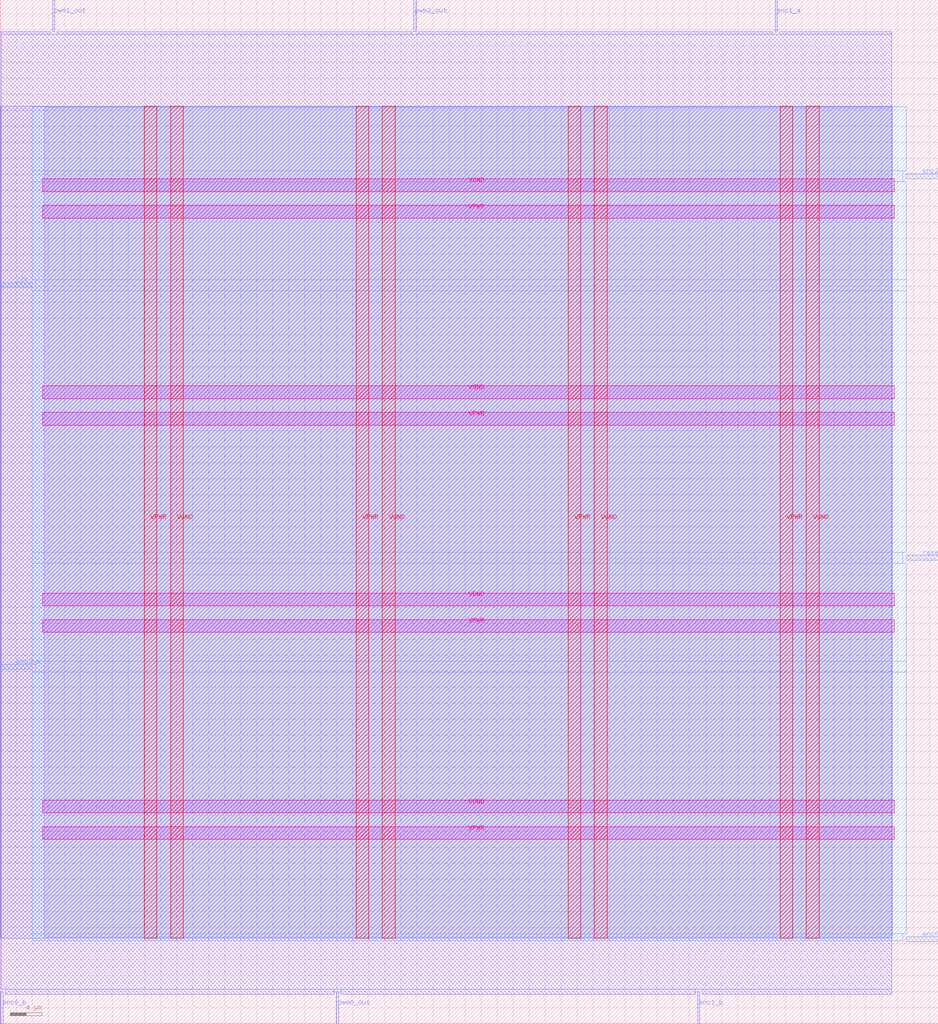
<source format=lef>
VERSION 5.7 ;
  NOWIREEXTENSIONATPIN ON ;
  DIVIDERCHAR "/" ;
  BUSBITCHARS "[]" ;
MACRO rgb_mixer
  CLASS BLOCK ;
  FOREIGN rgb_mixer ;
  ORIGIN 0.000 0.000 ;
  SIZE 117.040 BY 127.760 ;
  PIN VGND
    DIRECTION INOUT ;
    USE GROUND ;
    PORT
      LAYER met4 ;
        RECT 21.245 10.640 22.845 114.480 ;
    END
    PORT
      LAYER met4 ;
        RECT 47.695 10.640 49.295 114.480 ;
    END
    PORT
      LAYER met4 ;
        RECT 74.145 10.640 75.745 114.480 ;
    END
    PORT
      LAYER met4 ;
        RECT 100.595 10.640 102.195 114.480 ;
    END
    PORT
      LAYER met5 ;
        RECT 5.280 26.300 111.560 27.900 ;
    END
    PORT
      LAYER met5 ;
        RECT 5.280 52.140 111.560 53.740 ;
    END
    PORT
      LAYER met5 ;
        RECT 5.280 77.980 111.560 79.580 ;
    END
    PORT
      LAYER met5 ;
        RECT 5.280 103.820 111.560 105.420 ;
    END
  END VGND
  PIN VPWR
    DIRECTION INOUT ;
    USE POWER ;
    PORT
      LAYER met4 ;
        RECT 17.945 10.640 19.545 114.480 ;
    END
    PORT
      LAYER met4 ;
        RECT 44.395 10.640 45.995 114.480 ;
    END
    PORT
      LAYER met4 ;
        RECT 70.845 10.640 72.445 114.480 ;
    END
    PORT
      LAYER met4 ;
        RECT 97.295 10.640 98.895 114.480 ;
    END
    PORT
      LAYER met5 ;
        RECT 5.280 23.000 111.560 24.600 ;
    END
    PORT
      LAYER met5 ;
        RECT 5.280 48.840 111.560 50.440 ;
    END
    PORT
      LAYER met5 ;
        RECT 5.280 74.680 111.560 76.280 ;
    END
    PORT
      LAYER met5 ;
        RECT 5.280 100.520 111.560 102.120 ;
    END
  END VPWR
  PIN clk
    DIRECTION INPUT ;
    USE SIGNAL ;
    ANTENNAGATEAREA 0.852000 ;
    PORT
      LAYER met3 ;
        RECT 0.000 91.840 4.000 92.440 ;
    END
  END clk
  PIN enc0_a
    DIRECTION INPUT ;
    USE SIGNAL ;
    ANTENNAGATEAREA 0.196500 ;
    PORT
      LAYER met3 ;
        RECT 113.040 10.240 117.040 10.840 ;
    END
  END enc0_a
  PIN enc0_b
    DIRECTION INPUT ;
    USE SIGNAL ;
    ANTENNAGATEAREA 0.196500 ;
    PORT
      LAYER met2 ;
        RECT 0.090 0.000 0.370 4.000 ;
    END
  END enc0_b
  PIN enc1_a
    DIRECTION INPUT ;
    USE SIGNAL ;
    ANTENNAGATEAREA 0.196500 ;
    PORT
      LAYER met2 ;
        RECT 96.690 123.760 96.970 127.760 ;
    END
  END enc1_a
  PIN enc1_b
    DIRECTION INPUT ;
    USE SIGNAL ;
    ANTENNAGATEAREA 0.196500 ;
    PORT
      LAYER met2 ;
        RECT 87.030 0.000 87.310 4.000 ;
    END
  END enc1_b
  PIN enc2_a
    DIRECTION INPUT ;
    USE SIGNAL ;
    ANTENNAGATEAREA 0.196500 ;
    PORT
      LAYER met3 ;
        RECT 0.000 44.240 4.000 44.840 ;
    END
  END enc2_a
  PIN enc2_b
    DIRECTION INPUT ;
    USE SIGNAL ;
    ANTENNAGATEAREA 0.196500 ;
    PORT
      LAYER met3 ;
        RECT 113.040 105.440 117.040 106.040 ;
    END
  END enc2_b
  PIN pwm0_out
    DIRECTION OUTPUT TRISTATE ;
    USE SIGNAL ;
    ANTENNADIFFAREA 0.795200 ;
    PORT
      LAYER met2 ;
        RECT 41.950 0.000 42.230 4.000 ;
    END
  END pwm0_out
  PIN pwm1_out
    DIRECTION OUTPUT TRISTATE ;
    USE SIGNAL ;
    ANTENNADIFFAREA 0.795200 ;
    PORT
      LAYER met2 ;
        RECT 6.530 123.760 6.810 127.760 ;
    END
  END pwm1_out
  PIN pwm2_out
    DIRECTION OUTPUT TRISTATE ;
    USE SIGNAL ;
    ANTENNADIFFAREA 0.445500 ;
    PORT
      LAYER met2 ;
        RECT 51.610 123.760 51.890 127.760 ;
    END
  END pwm2_out
  PIN reset
    DIRECTION INPUT ;
    USE SIGNAL ;
    ANTENNAGATEAREA 0.196500 ;
    PORT
      LAYER met3 ;
        RECT 113.040 57.840 117.040 58.440 ;
    END
  END reset
  OBS
      LAYER li1 ;
        RECT 5.520 10.795 111.320 114.325 ;
      LAYER met1 ;
        RECT 0.070 10.640 111.320 114.480 ;
      LAYER met2 ;
        RECT 0.100 123.480 6.250 123.760 ;
        RECT 7.090 123.480 51.330 123.760 ;
        RECT 52.170 123.480 96.410 123.760 ;
        RECT 97.250 123.480 111.230 123.760 ;
        RECT 0.100 4.280 111.230 123.480 ;
        RECT 0.650 3.670 41.670 4.280 ;
        RECT 42.510 3.670 86.750 4.280 ;
        RECT 87.590 3.670 111.230 4.280 ;
      LAYER met3 ;
        RECT 4.000 106.440 113.040 114.405 ;
        RECT 4.000 105.040 112.640 106.440 ;
        RECT 4.000 92.840 113.040 105.040 ;
        RECT 4.400 91.440 113.040 92.840 ;
        RECT 4.000 58.840 113.040 91.440 ;
        RECT 4.000 57.440 112.640 58.840 ;
        RECT 4.000 45.240 113.040 57.440 ;
        RECT 4.400 43.840 113.040 45.240 ;
        RECT 4.000 11.240 113.040 43.840 ;
        RECT 4.000 10.375 112.640 11.240 ;
  END
END rgb_mixer
END LIBRARY


</source>
